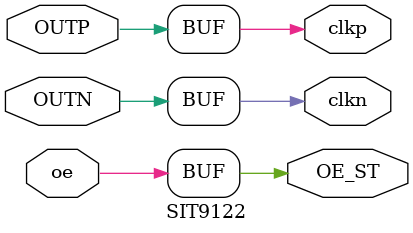
<source format=v>
`timescale 1ns / 1ns
module SIT9122 (output OE_ST,input OUTN,input OUTP,
 input oe,
 output clkp,
 output clkn);
// pin  OUTN is      MGTREFCLK0N_116 bank 116 bus_bmb7_Y4[1]         D5
// pin  OUTP is      MGTREFCLK0P_116 bank 116 bus_bmb7_Y4[0]         D6
// pin OE_ST is        IO_L10P_T1_16 bank  16 bus_bmb7_Y4[2]         C9
assign OE_ST=oe;
assign clkp=OUTP;
assign clkn=OUTN;
//assign OUTN=0;
//assign OUTP=0;
endmodule

</source>
